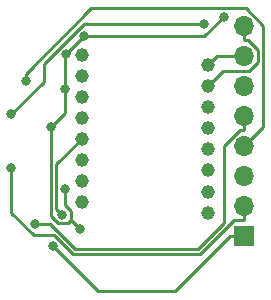
<source format=gbr>
G04 #@! TF.GenerationSoftware,KiCad,Pcbnew,5.1.4-e60b266~84~ubuntu18.04.1*
G04 #@! TF.CreationDate,2019-09-04T17:21:52+01:00*
G04 #@! TF.ProjectId,optical_sensor_daughter_board,6f707469-6361-46c5-9f73-656e736f725f,rev?*
G04 #@! TF.SameCoordinates,Original*
G04 #@! TF.FileFunction,Copper,L2,Bot*
G04 #@! TF.FilePolarity,Positive*
%FSLAX46Y46*%
G04 Gerber Fmt 4.6, Leading zero omitted, Abs format (unit mm)*
G04 Created by KiCad (PCBNEW 5.1.4-e60b266~84~ubuntu18.04.1) date 2019-09-04 17:21:52*
%MOMM*%
%LPD*%
G04 APERTURE LIST*
%ADD10C,1.150000*%
%ADD11O,1.700000X1.700000*%
%ADD12R,1.700000X1.700000*%
%ADD13C,0.800000*%
%ADD14C,0.250000*%
G04 APERTURE END LIST*
D10*
X130200000Y-90660000D03*
X140900000Y-91550000D03*
X130200000Y-92440000D03*
X140900000Y-93330000D03*
X130200000Y-94220000D03*
X140900000Y-95110000D03*
X130200000Y-96000000D03*
X140900000Y-96890000D03*
X130200000Y-97780000D03*
X140900000Y-98670000D03*
X130200000Y-99560000D03*
X140900000Y-100450000D03*
X130200000Y-101340000D03*
X140900000Y-102230000D03*
X130200000Y-103120000D03*
X140900000Y-104010000D03*
D11*
X143950000Y-88245000D03*
X143950000Y-90785000D03*
X143950000Y-93325000D03*
X143950000Y-95865000D03*
X143950000Y-98405000D03*
X143950000Y-100945000D03*
X143950000Y-103485000D03*
D12*
X143950000Y-106025000D03*
D13*
X130066400Y-105422300D03*
X128797700Y-102015300D03*
X128909300Y-90585700D03*
X128775100Y-93580200D03*
X142228300Y-87428600D03*
X127600000Y-96793900D03*
X130391500Y-89103400D03*
X127755300Y-106840100D03*
X126255300Y-104983800D03*
X125475000Y-92871900D03*
X124240100Y-95661600D03*
X140587300Y-88032700D03*
X124256000Y-100253800D03*
X128574900Y-104181800D03*
D14*
X143950000Y-90785000D02*
X141665000Y-90785000D01*
X141665000Y-90785000D02*
X140900000Y-91550000D01*
X129300300Y-104656200D02*
X129300300Y-103880700D01*
X129300300Y-103880700D02*
X128797700Y-103378100D01*
X128797700Y-103378100D02*
X128797700Y-102015300D01*
X130066400Y-105422300D02*
X129300300Y-104656200D01*
X127600000Y-96793900D02*
X127600000Y-104279000D01*
X127600000Y-104279000D02*
X128241100Y-104920100D01*
X128241100Y-104920100D02*
X129036400Y-104920100D01*
X129036400Y-104920100D02*
X129300300Y-104656200D01*
X130391500Y-89103400D02*
X128909300Y-90585600D01*
X128909300Y-90585600D02*
X128909300Y-90585700D01*
X142228300Y-87428600D02*
X140553500Y-89103400D01*
X140553500Y-89103400D02*
X130391500Y-89103400D01*
X128775100Y-93580200D02*
X128775100Y-90719900D01*
X128775100Y-90719900D02*
X128909300Y-90585700D01*
X127600000Y-96793900D02*
X128775100Y-95618800D01*
X128775100Y-95618800D02*
X128775100Y-93580200D01*
X143950000Y-106025000D02*
X142774700Y-106025000D01*
X142774700Y-106025000D02*
X138116400Y-110683300D01*
X138116400Y-110683300D02*
X131598500Y-110683300D01*
X131598500Y-110683300D02*
X127755300Y-106840100D01*
X143950000Y-88245000D02*
X143950000Y-89420300D01*
X143950000Y-89420300D02*
X144317300Y-89420300D01*
X144317300Y-89420300D02*
X145139700Y-90242700D01*
X145139700Y-90242700D02*
X145139700Y-91265400D01*
X145139700Y-91265400D02*
X144350100Y-92055000D01*
X144350100Y-92055000D02*
X142175000Y-92055000D01*
X142175000Y-92055000D02*
X140900000Y-93330000D01*
X143950000Y-97040300D02*
X143582700Y-97040300D01*
X143582700Y-97040300D02*
X142221700Y-98401300D01*
X142221700Y-98401300D02*
X142221700Y-104919500D01*
X142221700Y-104919500D02*
X140037300Y-107103900D01*
X140037300Y-107103900D02*
X129681800Y-107103900D01*
X129681800Y-107103900D02*
X127561700Y-104983800D01*
X127561700Y-104983800D02*
X126255300Y-104983800D01*
X143950000Y-95865000D02*
X143950000Y-97040300D01*
X143950000Y-98405000D02*
X145590600Y-96764400D01*
X145590600Y-96764400D02*
X145590600Y-88203600D01*
X145590600Y-88203600D02*
X144087800Y-86700800D01*
X144087800Y-86700800D02*
X131032300Y-86700800D01*
X131032300Y-86700800D02*
X125475000Y-92258100D01*
X125475000Y-92258100D02*
X125475000Y-92871900D01*
X124240100Y-95661600D02*
X126981100Y-92920600D01*
X126981100Y-92920600D02*
X126981100Y-91433400D01*
X126981100Y-91433400D02*
X130381800Y-88032700D01*
X130381800Y-88032700D02*
X140587300Y-88032700D01*
X143950000Y-104660300D02*
X143117800Y-104660300D01*
X143117800Y-104660300D02*
X140223800Y-107554300D01*
X140223800Y-107554300D02*
X129495300Y-107554300D01*
X129495300Y-107554300D02*
X127840700Y-105899700D01*
X127840700Y-105899700D02*
X126134500Y-105899700D01*
X126134500Y-105899700D02*
X124256000Y-104021200D01*
X124256000Y-104021200D02*
X124256000Y-100253800D01*
X143950000Y-103485000D02*
X143950000Y-104660300D01*
X130200000Y-97780000D02*
X128072400Y-99907600D01*
X128072400Y-99907600D02*
X128072400Y-103679300D01*
X128072400Y-103679300D02*
X128574900Y-104181800D01*
M02*

</source>
